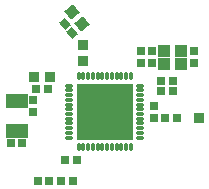
<source format=gts>
G04 Layer_Color=8388736*
%FSLAX24Y24*%
%MOIN*%
G70*
G01*
G75*
%ADD41R,0.0375X0.0355*%
G04:AMPARAMS|DCode=42|XSize=25.7mil|YSize=31.6mil|CornerRadius=0mil|HoleSize=0mil|Usage=FLASHONLY|Rotation=40.000|XOffset=0mil|YOffset=0mil|HoleType=Round|Shape=Rectangle|*
%AMROTATEDRECTD42*
4,1,4,0.0003,-0.0204,-0.0200,0.0038,-0.0003,0.0204,0.0200,-0.0038,0.0003,-0.0204,0.0*
%
%ADD42ROTATEDRECTD42*%

G04:AMPARAMS|DCode=43|XSize=37.5mil|YSize=35.5mil|CornerRadius=0mil|HoleSize=0mil|Usage=FLASHONLY|Rotation=40.000|XOffset=0mil|YOffset=0mil|HoleType=Round|Shape=Rectangle|*
%AMROTATEDRECTD43*
4,1,4,-0.0029,-0.0257,-0.0258,0.0016,0.0029,0.0257,0.0258,-0.0016,-0.0029,-0.0257,0.0*
%
%ADD43ROTATEDRECTD43*%

%ADD44R,0.0360X0.0360*%
%ADD45R,0.0257X0.0296*%
%ADD46R,0.0296X0.0257*%
%ADD47R,0.0769X0.0454*%
%ADD48R,0.0355X0.0375*%
%ADD49R,0.1910X0.1910*%
%ADD50O,0.0139X0.0316*%
%ADD51O,0.0316X0.0139*%
%ADD52R,0.0316X0.0257*%
%ADD53R,0.0434X0.0395*%
D41*
X-740Y1686D02*
D03*
Y2218D02*
D03*
D42*
X-1320Y2915D02*
D03*
X-1080Y2629D02*
D03*
D43*
X-759Y2908D02*
D03*
X-1101Y3316D02*
D03*
D44*
X3137Y-197D02*
D03*
D45*
X-2380Y377D02*
D03*
Y-17D02*
D03*
X1220Y1613D02*
D03*
Y2007D02*
D03*
X1650Y197D02*
D03*
Y-197D02*
D03*
X1570Y1613D02*
D03*
Y2007D02*
D03*
X2970Y2007D02*
D03*
Y1613D02*
D03*
D46*
X-2743Y-1060D02*
D03*
X-3137D02*
D03*
X1883Y1030D02*
D03*
X2277D02*
D03*
X2277Y680D02*
D03*
X1883D02*
D03*
X-923Y-1610D02*
D03*
X-1317D02*
D03*
X-1903Y740D02*
D03*
X-2297D02*
D03*
X-1843Y-2300D02*
D03*
X-2237D02*
D03*
X-1073D02*
D03*
X-1467D02*
D03*
D47*
X-2940Y-642D02*
D03*
Y342D02*
D03*
D48*
X-2366Y1150D02*
D03*
X-1834D02*
D03*
D49*
X0Y0D02*
D03*
D50*
X-866Y1191D02*
D03*
X-709D02*
D03*
X-551D02*
D03*
X-394D02*
D03*
X-236D02*
D03*
X-79D02*
D03*
X79D02*
D03*
X236D02*
D03*
X394D02*
D03*
X551D02*
D03*
X709D02*
D03*
X866D02*
D03*
Y-1191D02*
D03*
X709D02*
D03*
X551D02*
D03*
X394D02*
D03*
X236D02*
D03*
X79D02*
D03*
X-79D02*
D03*
X-236D02*
D03*
X-394D02*
D03*
X-551D02*
D03*
X-709D02*
D03*
X-866D02*
D03*
D51*
X1191Y866D02*
D03*
Y709D02*
D03*
Y551D02*
D03*
Y394D02*
D03*
Y236D02*
D03*
Y79D02*
D03*
Y-79D02*
D03*
Y-236D02*
D03*
Y-394D02*
D03*
Y-551D02*
D03*
Y-709D02*
D03*
Y-866D02*
D03*
X-1191D02*
D03*
Y-709D02*
D03*
Y-551D02*
D03*
Y-394D02*
D03*
Y-236D02*
D03*
Y-79D02*
D03*
Y79D02*
D03*
Y236D02*
D03*
Y394D02*
D03*
Y551D02*
D03*
Y709D02*
D03*
Y866D02*
D03*
D52*
X2397Y-200D02*
D03*
X2023D02*
D03*
D53*
X2555Y1584D02*
D03*
Y2036D02*
D03*
X1985D02*
D03*
Y1584D02*
D03*
M02*

</source>
